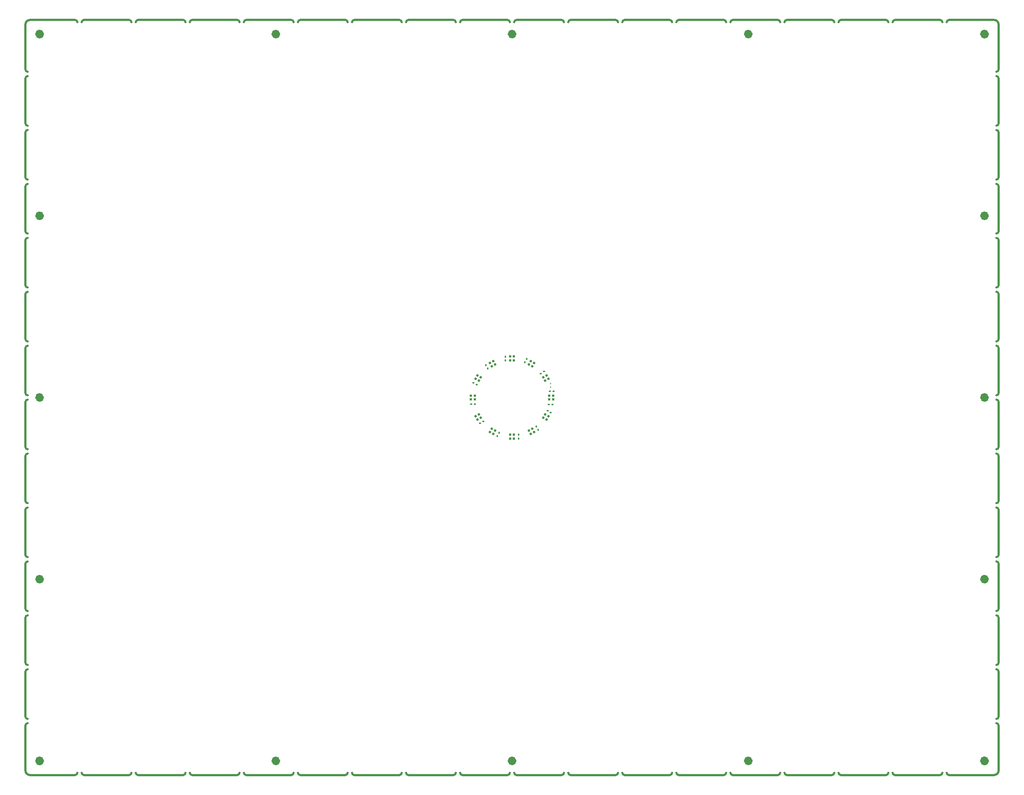
<source format=gtp>
G04 #@! TF.GenerationSoftware,KiCad,Pcbnew,7.0.7-7.0.7~ubuntu23.04.1*
G04 #@! TF.CreationDate,2023-10-17T19:16:00+00:00*
G04 #@! TF.ProjectId,stencil,7374656e-6369-46c2-9e6b-696361645f70,1.1.0-RC1*
G04 #@! TF.SameCoordinates,Original*
G04 #@! TF.FileFunction,Paste,Top*
G04 #@! TF.FilePolarity,Positive*
%FSLAX46Y46*%
G04 Gerber Fmt 4.6, Leading zero omitted, Abs format (unit mm)*
G04 Created by KiCad (PCBNEW 7.0.7-7.0.7~ubuntu23.04.1) date 2023-10-17 19:16:00*
%MOMM*%
%LPD*%
G01*
G04 APERTURE LIST*
G04 Aperture macros list*
%AMRoundRect*
0 Rectangle with rounded corners*
0 $1 Rounding radius*
0 $2 $3 $4 $5 $6 $7 $8 $9 X,Y pos of 4 corners*
0 Add a 4 corners polygon primitive as box body*
4,1,4,$2,$3,$4,$5,$6,$7,$8,$9,$2,$3,0*
0 Add four circle primitives for the rounded corners*
1,1,$1+$1,$2,$3*
1,1,$1+$1,$4,$5*
1,1,$1+$1,$6,$7*
1,1,$1+$1,$8,$9*
0 Add four rect primitives between the rounded corners*
20,1,$1+$1,$2,$3,$4,$5,0*
20,1,$1+$1,$4,$5,$6,$7,0*
20,1,$1+$1,$6,$7,$8,$9,0*
20,1,$1+$1,$8,$9,$2,$3,0*%
%AMRotRect*
0 Rectangle, with rotation*
0 The origin of the aperture is its center*
0 $1 length*
0 $2 width*
0 $3 Rotation angle, in degrees counterclockwise*
0 Add horizontal line*
21,1,$1,$2,0,0,$3*%
G04 Aperture macros list end*
%ADD10C,0.500000*%
%ADD11C,1.000000*%
%ADD12C,1.050000*%
%ADD13RotRect,0.500000X0.500000X120.000000*%
%ADD14RoundRect,0.090000X-0.090000X0.139000X-0.090000X-0.139000X0.090000X-0.139000X0.090000X0.139000X0*%
%ADD15RoundRect,0.090000X-0.147442X0.075378X-0.008442X-0.165378X0.147442X-0.075378X0.008442X0.165378X0*%
%ADD16R,0.500000X0.500000*%
%ADD17RotRect,0.500000X0.500000X150.000000*%
%ADD18RotRect,0.500000X0.500000X30.000000*%
%ADD19RotRect,0.500000X0.500000X330.000000*%
%ADD20RoundRect,0.090000X-0.139000X-0.090000X0.139000X-0.090000X0.139000X0.090000X-0.139000X0.090000X0*%
%ADD21RoundRect,0.062500X-0.062500X0.117500X-0.062500X-0.117500X0.062500X-0.117500X0.062500X0.117500X0*%
%ADD22RoundRect,0.090000X-0.075378X-0.147442X0.165378X-0.008442X0.075378X0.147442X-0.165378X0.008442X0*%
%ADD23RoundRect,0.090000X0.008442X-0.165378X0.147442X0.075378X-0.008442X0.165378X-0.147442X-0.075378X0*%
%ADD24RoundRect,0.090000X0.147442X-0.075378X0.008442X0.165378X-0.147442X0.075378X-0.008442X-0.165378X0*%
%ADD25RoundRect,0.090000X-0.165378X-0.008442X0.075378X-0.147442X0.165378X0.008442X-0.075378X0.147442X0*%
%ADD26RoundRect,0.090000X0.090000X-0.139000X0.090000X0.139000X-0.090000X0.139000X-0.090000X-0.139000X0*%
%ADD27RotRect,0.500000X0.500000X210.000000*%
%ADD28RoundRect,0.090000X0.075378X0.147442X-0.165378X0.008442X-0.075378X-0.147442X0.165378X-0.008442X0*%
%ADD29RotRect,0.500000X0.500000X300.000000*%
%ADD30RoundRect,0.090000X0.165378X0.008442X-0.075378X0.147442X-0.165378X-0.008442X0.075378X-0.147442X0*%
%ADD31RotRect,0.500000X0.500000X60.000000*%
%ADD32RotRect,0.500000X0.500000X240.000000*%
%ADD33RoundRect,0.090000X0.139000X0.090000X-0.139000X0.090000X-0.139000X-0.090000X0.139000X-0.090000X0*%
%ADD34RoundRect,0.090000X-0.008442X0.165378X-0.147442X-0.075378X0.008442X-0.165378X0.147442X0.075378X0*%
G04 APERTURE END LIST*
D10*
X-112000000Y-86000000D02*
G75*
G03*
X-111000000Y-87000000I999999J-1D01*
G01*
X75666660Y87000000D02*
X86111104Y87000000D01*
X63222216Y87000000D02*
X73666660Y87000000D01*
X-37833300Y86500000D02*
G75*
G03*
X-38333336Y87000000I-500000J0D01*
G01*
X86611100Y86500000D02*
G75*
G03*
X86111104Y87000000I-500000J0D01*
G01*
X88111104Y86999996D02*
G75*
G03*
X87611104Y86500000I-4J-499996D01*
G01*
X50277800Y-86500000D02*
G75*
G03*
X50777772Y-87000000I500000J0D01*
G01*
X112000000Y36285716D02*
X112000000Y25857145D01*
X-112000000Y-48714281D02*
G75*
G03*
X-111500000Y-49214281I500001J1D01*
G01*
X111500000Y75071400D02*
G75*
G03*
X112000000Y75571429I0J500000D01*
G01*
X112000000Y61142858D02*
X112000000Y50714287D01*
X-74166700Y-86500000D02*
G75*
G03*
X-73666668Y-87000000I500000J0D01*
G01*
X111500000Y50214300D02*
G75*
G03*
X112000000Y50714287I0J500000D01*
G01*
X13444440Y86999960D02*
G75*
G03*
X12944440Y86500000I-40J-499960D01*
G01*
X112000000Y-38285710D02*
X112000000Y-48714281D01*
X-87611112Y86500000D02*
G75*
G03*
X-88111112Y87000000I-500001J-1D01*
G01*
D11*
X54875000Y83750000D02*
G75*
G03*
X54875000Y83750000I-500000J0D01*
G01*
D10*
X38333328Y86999972D02*
G75*
G03*
X37833328Y86500000I-28J-499972D01*
G01*
X111999977Y-75571423D02*
G75*
G03*
X111500000Y-75071423I-499977J23D01*
G01*
X-36333336Y-87000000D02*
X-25888892Y-87000000D01*
X13444440Y-87000000D02*
X23888884Y-87000000D01*
X111999990Y-38285710D02*
G75*
G03*
X111500000Y-37785710I-499990J10D01*
G01*
X111500000Y-36785700D02*
G75*
G03*
X112000000Y-36285710I0J500000D01*
G01*
X63222216Y86999984D02*
G75*
G03*
X62722216Y86500000I-16J-499984D01*
G01*
X-100055556Y86500000D02*
G75*
G03*
X-100555556Y87000000I-500001J-1D01*
G01*
X-100555556Y-87000000D02*
G75*
G03*
X-100055556Y-86500000I-1J500001D01*
G01*
X37833300Y-86500000D02*
G75*
G03*
X38333328Y-87000000I500000J0D01*
G01*
X74166700Y86500000D02*
G75*
G03*
X73666660Y87000000I-500000J0D01*
G01*
X25388900Y-86500000D02*
G75*
G03*
X25888884Y-87000000I500000J0D01*
G01*
X112000045Y23857145D02*
G75*
G03*
X111500000Y24357145I-500045J-45D01*
G01*
X75666660Y-87000000D02*
X86111104Y-87000000D01*
X50777772Y-87000000D02*
X61222216Y-87000000D01*
X-11944400Y-86500000D02*
G75*
G03*
X-11444448Y-87000000I500000J0D01*
G01*
X112000000Y73571429D02*
X112000000Y63142858D01*
X-111500000Y-12928568D02*
G75*
G03*
X-112000000Y-13428568I1J-500001D01*
G01*
X-111500000Y36785716D02*
G75*
G03*
X-112000000Y36285716I1J-500001D01*
G01*
X-111500000Y74071429D02*
G75*
G03*
X-112000000Y73571429I1J-500001D01*
G01*
X-24388900Y-86500000D02*
G75*
G03*
X-23888892Y-87000000I500000J0D01*
G01*
X-38333336Y-86999964D02*
G75*
G03*
X-37833336Y-86500000I36J499964D01*
G01*
D11*
X109250000Y0D02*
G75*
G03*
X109250000Y0I-500000J0D01*
G01*
D10*
X-73666668Y86999968D02*
G75*
G03*
X-74166668Y86500000I-32J-499968D01*
G01*
D11*
X-108250000Y41875000D02*
G75*
G03*
X-108250000Y41875000I-500000J0D01*
G01*
D10*
X-61222224Y87000024D02*
G75*
G03*
X-61722224Y86500000I24J-500024D01*
G01*
D12*
X-108225000Y-83750000D02*
G75*
G03*
X-108225000Y-83750000I-525000J0D01*
G01*
D10*
X-500000Y86500000D02*
G75*
G03*
X-1000004Y87000000I-500000J0D01*
G01*
X87611100Y-86500000D02*
G75*
G03*
X88111104Y-87000000I500000J0D01*
G01*
D11*
X-53875000Y83750000D02*
G75*
G03*
X-53875000Y83750000I-500000J0D01*
G01*
D10*
X-112000000Y50714287D02*
G75*
G03*
X-111500000Y50214287I500001J1D01*
G01*
D11*
X-53875000Y-83750000D02*
G75*
G03*
X-53875000Y-83750000I-500000J0D01*
G01*
D10*
X-13444448Y-86999952D02*
G75*
G03*
X-12944448Y-86500000I48J499952D01*
G01*
X-112000000Y38285716D02*
G75*
G03*
X-111500000Y37785716I500001J1D01*
G01*
X36333328Y-87000028D02*
G75*
G03*
X36833328Y-86500000I-28J500028D01*
G01*
X-11444448Y87000000D02*
X-1000004Y87000000D01*
D12*
X109275000Y83750000D02*
G75*
G03*
X109275000Y83750000I-525000J0D01*
G01*
D10*
X-63222224Y-86999976D02*
G75*
G03*
X-62722224Y-86500000I24J499976D01*
G01*
X112000000Y-50714281D02*
X112000000Y-61142852D01*
X-112000000Y-50714281D02*
X-112000000Y-61142852D01*
X111000000Y-87000000D02*
G75*
G03*
X112000000Y-86000000I0J1000000D01*
G01*
X36833300Y86500000D02*
G75*
G03*
X36333328Y87000000I-500000J0D01*
G01*
X111999974Y11428574D02*
G75*
G03*
X111500000Y11928574I-499974J26D01*
G01*
X-49277800Y-86500000D02*
G75*
G03*
X-48777780Y-87000000I500000J0D01*
G01*
X-112000000Y-36285710D02*
G75*
G03*
X-111500000Y-36785710I500001J1D01*
G01*
X-112000000Y-63142852D02*
X-112000000Y-73571423D01*
X112000019Y-50714281D02*
G75*
G03*
X111500000Y-50214281I-500019J-19D01*
G01*
X88111104Y-87000000D02*
X98555548Y-87000000D01*
X-11444448Y87000048D02*
G75*
G03*
X-11944448Y86500000I48J-500048D01*
G01*
X111999958Y61142858D02*
G75*
G03*
X111500000Y61642858I-499958J42D01*
G01*
X73666660Y-86999960D02*
G75*
G03*
X74166660Y-86500000I40J499960D01*
G01*
X61222216Y-87000016D02*
G75*
G03*
X61722216Y-86500000I-16J500016D01*
G01*
X111500000Y-74071400D02*
G75*
G03*
X112000000Y-73571423I0J500000D01*
G01*
X-111500000Y61642858D02*
G75*
G03*
X-112000000Y61142858I1J-500001D01*
G01*
X-73666668Y87000000D02*
X-63222224Y87000000D01*
X-111500000Y24357145D02*
G75*
G03*
X-112000000Y23857145I1J-500001D01*
G01*
X98555548Y-87000048D02*
G75*
G03*
X99055548Y-86500000I-48J500048D01*
G01*
X-112000000Y13428574D02*
G75*
G03*
X-111500000Y12928574I500001J1D01*
G01*
X-111500000Y49214287D02*
G75*
G03*
X-112000000Y48714287I1J-500001D01*
G01*
X112000032Y-13428568D02*
G75*
G03*
X111500000Y-12928568I-500032J-32D01*
G01*
X-111500000Y11928574D02*
G75*
G03*
X-112000000Y11428574I1J-500001D01*
G01*
X-86111112Y87000000D02*
G75*
G03*
X-86611112Y86500000I1J-500001D01*
G01*
X-111500000Y-75071423D02*
G75*
G03*
X-112000000Y-75571423I1J-500001D01*
G01*
X25888884Y87000000D02*
X36333328Y87000000D01*
X-111000000Y87000000D02*
G75*
G03*
X-112000000Y86000000I-1J-999999D01*
G01*
X-1000004Y-86999996D02*
G75*
G03*
X-500004Y-86500000I4J499996D01*
G01*
X-48777780Y86999980D02*
G75*
G03*
X-49277780Y86500000I-20J-499980D01*
G01*
X112000000Y11428574D02*
X112000000Y1000003D01*
X-12944400Y86500000D02*
G75*
G03*
X-13444448Y87000000I-500000J0D01*
G01*
X-48777780Y-87000000D02*
X-38333336Y-87000000D01*
X-23888892Y86999992D02*
G75*
G03*
X-24388892Y86500000I-8J-499992D01*
G01*
X-75666668Y-87000002D02*
G75*
G03*
X-75166668Y-86500000I-2J500002D01*
G01*
X-99055556Y-86500000D02*
G75*
G03*
X-98555556Y-87000000I500001J1D01*
G01*
X-61222224Y87000000D02*
X-50777780Y87000000D01*
D11*
X500000Y-83750000D02*
G75*
G03*
X500000Y-83750000I-500000J0D01*
G01*
X109250000Y-41875000D02*
G75*
G03*
X109250000Y-41875000I-500000J0D01*
G01*
D10*
X88111104Y87000000D02*
X98555548Y87000000D01*
X75166700Y-86500000D02*
G75*
G03*
X75666660Y-87000000I500000J0D01*
G01*
X-112000000Y86000000D02*
X-112000000Y75571429D01*
X75666660Y87000040D02*
G75*
G03*
X75166660Y86500000I40J-500040D01*
G01*
X-112000000Y1000003D02*
G75*
G03*
X-111500000Y500003I500001J1D01*
G01*
D11*
X-108250000Y0D02*
G75*
G03*
X-108250000Y0I-500000J0D01*
G01*
D10*
X-112000000Y11428574D02*
X-112000000Y1000003D01*
D11*
X-108250000Y-41875000D02*
G75*
G03*
X-108250000Y-41875000I-500000J0D01*
G01*
D10*
X111500000Y-61642900D02*
G75*
G03*
X112000000Y-61142852I0J500000D01*
G01*
D11*
X500000Y83750000D02*
G75*
G03*
X500000Y83750000I-500000J0D01*
G01*
D10*
X-25388900Y86500000D02*
G75*
G03*
X-25888892Y87000000I-500000J0D01*
G01*
X-36333336Y87000000D02*
X-25888892Y87000000D01*
X112000000Y-999997D02*
X112000000Y-11428568D01*
X-48777780Y87000000D02*
X-38333336Y87000000D01*
X-112000000Y-38285710D02*
X-112000000Y-48714281D01*
X-36833300Y-86500000D02*
G75*
G03*
X-36333336Y-87000000I500000J0D01*
G01*
X112000000Y23857145D02*
X112000000Y13428574D01*
X-112000000Y-61142852D02*
G75*
G03*
X-111500000Y-61642852I500001J1D01*
G01*
X-86111112Y-87000000D02*
X-75666668Y-87000000D01*
X-23888892Y87000000D02*
X-13444448Y87000000D01*
X112000000Y-25857139D02*
X112000000Y-36285710D01*
D12*
X-108225000Y83750000D02*
G75*
G03*
X-108225000Y83750000I-525000J0D01*
G01*
D10*
X112000000Y48714287D02*
X112000000Y38285716D01*
X111500000Y-24357100D02*
G75*
G03*
X112000000Y-23857139I0J500000D01*
G01*
X-86111112Y87000000D02*
X-75666668Y87000000D01*
X-36333336Y87000036D02*
G75*
G03*
X-36833336Y86500000I36J-500036D01*
G01*
X-111500000Y-37785710D02*
G75*
G03*
X-112000000Y-38285710I1J-500001D01*
G01*
X-111000000Y87000000D02*
X-100555556Y87000000D01*
X62722200Y-86500000D02*
G75*
G03*
X63222216Y-87000000I500000J0D01*
G01*
X112000000Y86000000D02*
X112000000Y75571429D01*
X-112000000Y-73571423D02*
G75*
G03*
X-111500000Y-74071423I500001J1D01*
G01*
X49277800Y86500000D02*
G75*
G03*
X48777772Y87000000I-500000J0D01*
G01*
X-112000000Y-13428568D02*
X-112000000Y-23857139D01*
X-112000000Y25857145D02*
G75*
G03*
X-111500000Y25357145I500001J1D01*
G01*
X-98555556Y87000000D02*
G75*
G03*
X-99055556Y86500000I1J-500001D01*
G01*
D11*
X54875000Y-83750000D02*
G75*
G03*
X54875000Y-83750000I-500000J0D01*
G01*
D10*
X-88111112Y-87000000D02*
G75*
G03*
X-87611112Y-86500000I-1J500001D01*
G01*
X999996Y87000004D02*
G75*
G03*
X499996Y86500000I4J-500004D01*
G01*
X111999987Y48714287D02*
G75*
G03*
X111500000Y49214287I-499987J13D01*
G01*
X100555548Y87000000D02*
X110999992Y87000000D01*
X-98555556Y-87000000D02*
X-88111112Y-87000000D01*
X-112000000Y61142858D02*
X-112000000Y50714287D01*
X-112000000Y63142858D02*
G75*
G03*
X-111500000Y62642858I500001J1D01*
G01*
X-112000000Y48714287D02*
X-112000000Y38285716D01*
X-50277800Y86500000D02*
G75*
G03*
X-50777780Y87000000I-500000J0D01*
G01*
X112000029Y73571429D02*
G75*
G03*
X111500000Y74071429I-500029J-29D01*
G01*
X-112000000Y36285716D02*
X-112000000Y25857145D01*
X-75166670Y86500000D02*
G75*
G03*
X-75666668Y87000000I-500000J0D01*
G01*
X48777772Y-86999972D02*
G75*
G03*
X49277772Y-86500000I28J499972D01*
G01*
X-112000000Y75571429D02*
G75*
G03*
X-111500000Y75071429I500001J1D01*
G01*
X11444440Y-87000040D02*
G75*
G03*
X11944440Y-86500000I-40J500040D01*
G01*
X999996Y87000000D02*
X11444440Y87000000D01*
X50777772Y87000000D02*
X61222216Y87000000D01*
X25888884Y87000016D02*
G75*
G03*
X25388884Y86500000I16J-500016D01*
G01*
X-112000000Y-25857139D02*
X-112000000Y-36285710D01*
X99055500Y86500000D02*
G75*
G03*
X98555548Y87000000I-500000J0D01*
G01*
X112000000Y-13428568D02*
X112000000Y-23857139D01*
X111999961Y-25857139D02*
G75*
G03*
X111500000Y-25357139I-499961J39D01*
G01*
X11944400Y86500000D02*
G75*
G03*
X11444440Y87000000I-500000J0D01*
G01*
X-73666668Y-87000000D02*
X-63222224Y-87000000D01*
X112000048Y-63142852D02*
G75*
G03*
X111500000Y-62642852I-500048J-48D01*
G01*
X-111000000Y-87000000D02*
X-100555556Y-87000000D01*
X112000000Y-75571423D02*
X112000000Y-85999994D01*
X50777772Y87000028D02*
G75*
G03*
X50277772Y86500000I28J-500028D01*
G01*
X100055500Y-86500000D02*
G75*
G03*
X100555548Y-87000000I500000J0D01*
G01*
D12*
X109275000Y-83750000D02*
G75*
G03*
X109275000Y-83750000I-525000J0D01*
G01*
D10*
X111500000Y12928600D02*
G75*
G03*
X112000000Y13428574I0J500000D01*
G01*
X-111500000Y-25357139D02*
G75*
G03*
X-112000000Y-25857139I1J-500001D01*
G01*
X112000003Y-999997D02*
G75*
G03*
X111500000Y-499997I-500003J-3D01*
G01*
X13444440Y87000000D02*
X23888884Y87000000D01*
X-112000000Y73571429D02*
X-112000000Y63142858D01*
X111500000Y37785700D02*
G75*
G03*
X112000000Y38285716I0J500000D01*
G01*
X12944400Y-86500000D02*
G75*
G03*
X13444440Y-87000000I500000J0D01*
G01*
X-11444448Y-87000000D02*
X-1000004Y-87000000D01*
X111500000Y-11928600D02*
G75*
G03*
X112000000Y-11428568I0J500000D01*
G01*
X111500000Y500000D02*
G75*
G03*
X112000000Y1000003I0J500000D01*
G01*
X24388900Y86500000D02*
G75*
G03*
X23888884Y87000000I-500000J0D01*
G01*
X-111500000Y-499997D02*
G75*
G03*
X-112000000Y-999997I1J-500001D01*
G01*
X111500000Y25357100D02*
G75*
G03*
X112000000Y25857145I0J500000D01*
G01*
X38333328Y-87000000D02*
X48777772Y-87000000D01*
X23888884Y-86999984D02*
G75*
G03*
X24388884Y-86500000I16J499984D01*
G01*
X100555548Y-87000000D02*
X110999992Y-87000000D01*
X-112000000Y-11428568D02*
G75*
G03*
X-111500000Y-11928568I500001J1D01*
G01*
X-25888892Y-87000008D02*
G75*
G03*
X-25388892Y-86500000I-8J500008D01*
G01*
X111500000Y62642900D02*
G75*
G03*
X112000000Y63142858I0J500000D01*
G01*
X-112000000Y23857145D02*
X-112000000Y13428574D01*
X-50777780Y-87000020D02*
G75*
G03*
X-50277780Y-86500000I-20J500020D01*
G01*
X-111500000Y-50214281D02*
G75*
G03*
X-112000000Y-50714281I1J-500001D01*
G01*
X-112000000Y-999997D02*
X-112000000Y-11428568D01*
X38333328Y87000000D02*
X48777772Y87000000D01*
X61722200Y86500000D02*
G75*
G03*
X61222216Y87000000I-500000J0D01*
G01*
X63222216Y-87000000D02*
X73666660Y-87000000D01*
X111500000Y-49214300D02*
G75*
G03*
X112000000Y-48714281I0J500000D01*
G01*
X-86611112Y-86500000D02*
G75*
G03*
X-86111112Y-87000000I500001J1D01*
G01*
X100555548Y86999952D02*
G75*
G03*
X100055548Y86500000I-48J-499952D01*
G01*
X999996Y-87000000D02*
X11444440Y-87000000D01*
X-23888892Y-87000000D02*
X-13444448Y-87000000D01*
X112000016Y36285716D02*
G75*
G03*
X111500000Y36785716I-500016J-16D01*
G01*
X112000000Y86000000D02*
G75*
G03*
X111000000Y87000000I-1000000J0D01*
G01*
X-112000000Y-23857139D02*
G75*
G03*
X-111500000Y-24357139I500001J1D01*
G01*
X-98555556Y87000000D02*
X-88111112Y87000000D01*
X-61722200Y-86500000D02*
G75*
G03*
X-61222224Y-87000000I500000J0D01*
G01*
D11*
X109250000Y41875000D02*
G75*
G03*
X109250000Y41875000I-500000J0D01*
G01*
D10*
X25888884Y-87000000D02*
X36333328Y-87000000D01*
X112000000Y-63142852D02*
X112000000Y-73571423D01*
X86111104Y-87000004D02*
G75*
G03*
X86611104Y-86500000I-4J500004D01*
G01*
X-62722200Y86500000D02*
G75*
G03*
X-63222224Y87000000I-500000J0D01*
G01*
X-111500000Y-62642852D02*
G75*
G03*
X-112000000Y-63142852I1J-500001D01*
G01*
X-112000000Y-75571423D02*
X-112000000Y-85999994D01*
X-61222224Y-87000000D02*
X-50777780Y-87000000D01*
X500000Y-86500000D02*
G75*
G03*
X999996Y-87000000I500000J0D01*
G01*
D13*
G04 #@! TO.C,D11*
X4335289Y-8408940D03*
X5114711Y-7958940D03*
X4664711Y-7179518D03*
X3885289Y-7629518D03*
G04 #@! TD*
D14*
G04 #@! TO.C,C4*
X-1500000Y9372500D03*
X-1500000Y8507500D03*
G04 #@! TD*
D15*
G04 #@! TO.C,C5*
X-6026250Y7441823D03*
X-5593750Y6692711D03*
G04 #@! TD*
D16*
G04 #@! TO.C,D1*
X9450000Y-450000D03*
X9450000Y450000D03*
X8550000Y450000D03*
X8550000Y-450000D03*
G04 #@! TD*
G04 #@! TO.C,D4*
X450000Y9450000D03*
X-450000Y9450000D03*
X-450000Y8550000D03*
X450000Y8550000D03*
G04 #@! TD*
D17*
G04 #@! TO.C,D12*
X7958940Y-5114711D03*
X8408940Y-4335289D03*
X7629518Y-3885289D03*
X7179518Y-4664711D03*
G04 #@! TD*
D18*
G04 #@! TO.C,D8*
X-8408940Y-4335289D03*
X-7958940Y-5114711D03*
X-7179518Y-4664711D03*
X-7629518Y-3885289D03*
G04 #@! TD*
D16*
G04 #@! TO.C,D10*
X-450000Y-9450000D03*
X450000Y-9450000D03*
X450000Y-8550000D03*
X-450000Y-8550000D03*
G04 #@! TD*
G04 #@! TO.C,D7*
X-9450000Y450000D03*
X-9450000Y-450000D03*
X-8550000Y-450000D03*
X-8550000Y450000D03*
G04 #@! TD*
D19*
G04 #@! TO.C,D6*
X-7958940Y5114711D03*
X-8408940Y4335289D03*
X-7629518Y3885289D03*
X-7179518Y4664711D03*
G04 #@! TD*
D20*
G04 #@! TO.C,C7*
X-9432500Y-1500000D03*
X-8567500Y-1500000D03*
G04 #@! TD*
D21*
G04 #@! TO.C,D13*
X8850000Y2380000D03*
X8850000Y3220000D03*
G04 #@! TD*
D22*
G04 #@! TO.C,C8*
X-7374556Y-5966250D03*
X-6625444Y-5533750D03*
G04 #@! TD*
D23*
G04 #@! TO.C,C9*
X-3416250Y-8874556D03*
X-2983750Y-8125444D03*
G04 #@! TD*
D24*
G04 #@! TO.C,C11*
X6016250Y-7441823D03*
X5583750Y-6692711D03*
G04 #@! TD*
D25*
G04 #@! TO.C,C6*
X-8874556Y3416250D03*
X-8125444Y2983750D03*
G04 #@! TD*
D26*
G04 #@! TO.C,C10*
X1500000Y-9462500D03*
X1500000Y-8597500D03*
G04 #@! TD*
D27*
G04 #@! TO.C,D2*
X8408940Y4335289D03*
X7958940Y5114711D03*
X7179518Y4664711D03*
X7629518Y3885289D03*
G04 #@! TD*
D20*
G04 #@! TO.C,C1*
X8717500Y1400000D03*
X9582500Y1400000D03*
G04 #@! TD*
D28*
G04 #@! TO.C,C2*
X7374556Y5966250D03*
X6625444Y5533750D03*
G04 #@! TD*
D29*
G04 #@! TO.C,D5*
X-4335289Y8408940D03*
X-5114711Y7958940D03*
X-4664711Y7179518D03*
X-3885289Y7629518D03*
G04 #@! TD*
D30*
G04 #@! TO.C,C12*
X8924556Y-3466250D03*
X8175444Y-3033750D03*
G04 #@! TD*
D31*
G04 #@! TO.C,D9*
X-5114711Y-7958940D03*
X-4335289Y-8408940D03*
X-3885289Y-7629518D03*
X-4664711Y-7179518D03*
G04 #@! TD*
D32*
G04 #@! TO.C,D3*
X5114711Y7958940D03*
X4335289Y8408940D03*
X3885289Y7629518D03*
X4664711Y7179518D03*
G04 #@! TD*
D33*
G04 #@! TO.C,R1*
X9342500Y-1650000D03*
X8477500Y-1650000D03*
G04 #@! TD*
D34*
G04 #@! TO.C,C3*
X3416250Y8874556D03*
X2983750Y8125444D03*
G04 #@! TD*
M02*

</source>
